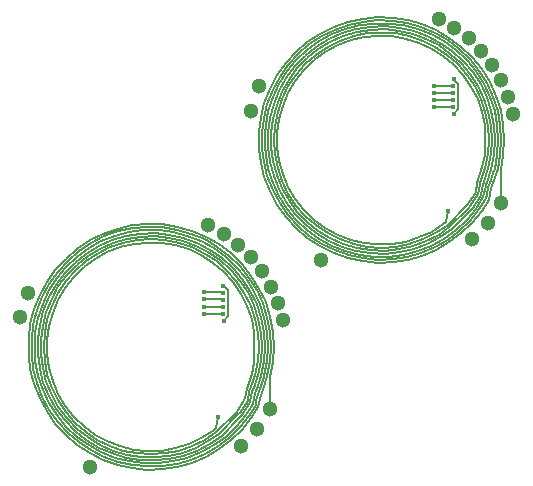
<source format=gbr>
G04 #@! TF.GenerationSoftware,KiCad,Pcbnew,5.0.2-bee76a0~70~ubuntu18.04.1*
G04 #@! TF.CreationDate,2019-07-08T07:54:46+02:00*
G04 #@! TF.ProjectId,lower_Sensor,6c6f7765-725f-4536-956e-736f722e6b69,rev?*
G04 #@! TF.SameCoordinates,Original*
G04 #@! TF.FileFunction,Copper,L2,Bot*
G04 #@! TF.FilePolarity,Positive*
%FSLAX46Y46*%
G04 Gerber Fmt 4.6, Leading zero omitted, Abs format (unit mm)*
G04 Created by KiCad (PCBNEW 5.0.2-bee76a0~70~ubuntu18.04.1) date Mo 08 Jul 2019 07:54:46 CEST*
%MOMM*%
%LPD*%
G01*
G04 APERTURE LIST*
G04 #@! TA.AperFunction,ComponentPad*
%ADD10C,1.300000*%
G04 #@! TD*
G04 #@! TA.AperFunction,ViaPad*
%ADD11C,0.450000*%
G04 #@! TD*
G04 #@! TA.AperFunction,Conductor*
%ADD12C,0.130000*%
G04 #@! TD*
G04 APERTURE END LIST*
D10*
G04 #@! TO.P,J3,1*
G04 #@! TO.N,N/C*
X139662320Y-57437620D03*
G04 #@! TD*
G04 #@! TO.P,J10,1*
G04 #@! TO.N,N/C*
X134335940Y-52225540D03*
G04 #@! TD*
G04 #@! TO.P,J14,1*
G04 #@! TO.N,N/C*
X119111180Y-57930380D03*
G04 #@! TD*
G04 #@! TO.P,J7,1*
G04 #@! TO.N,N/C*
X136878480Y-53868920D03*
G04 #@! TD*
G04 #@! TO.P,J16,1*
G04 #@! TO.N,N/C*
X137127400Y-70919940D03*
G04 #@! TD*
G04 #@! TO.P,J9,1*
G04 #@! TO.N,N/C*
X135671980Y-52979920D03*
G04 #@! TD*
G04 #@! TO.P,J13,1*
G04 #@! TO.N,N/C*
X118427920Y-60005560D03*
G04 #@! TD*
G04 #@! TO.P,J2,1*
G04 #@! TO.N,N/C*
X140231280Y-58814300D03*
G04 #@! TD*
G04 #@! TO.P,J15,1*
G04 #@! TO.N,N/C*
X124363900Y-72659840D03*
G04 #@! TD*
G04 #@! TO.P,J8,1*
G04 #@! TO.N,N/C*
X139578500Y-67803360D03*
G04 #@! TD*
G04 #@! TO.P,J5,1*
G04 #@! TO.N,N/C*
X137960520Y-54920480D03*
G04 #@! TD*
G04 #@! TO.P,J4,1*
G04 #@! TO.N,N/C*
X138900320Y-56106660D03*
G04 #@! TD*
G04 #@! TO.P,J6,1*
G04 #@! TO.N,GNDD*
X138488840Y-69484840D03*
G04 #@! TD*
G04 #@! TO.P,J1,1*
G04 #@! TO.N,N/C*
X140635140Y-60269720D03*
G04 #@! TD*
G04 #@! TO.P,J14,1*
G04 #@! TO.N,O2_ELEC1*
X99611180Y-75430380D03*
G04 #@! TD*
G04 #@! TO.P,J16,1*
G04 #@! TO.N,GNDD*
X117627400Y-88419940D03*
G04 #@! TD*
G04 #@! TO.P,J15,1*
G04 #@! TO.N,N/C*
X104863900Y-90159840D03*
G04 #@! TD*
G04 #@! TO.P,J13,1*
G04 #@! TO.N,ELEC1*
X98927920Y-77505560D03*
G04 #@! TD*
G04 #@! TO.P,J2,1*
G04 #@! TO.N,ISFET1_D3*
X120731280Y-76314300D03*
G04 #@! TD*
G04 #@! TO.P,J1,1*
G04 #@! TO.N,ISFET1_D2*
X121135140Y-77769720D03*
G04 #@! TD*
G04 #@! TO.P,J10,1*
G04 #@! TO.N,REFFET1_D2*
X114835940Y-69725540D03*
G04 #@! TD*
G04 #@! TO.P,J9,1*
G04 #@! TO.N,REFFET1_D3*
X116171980Y-70479920D03*
G04 #@! TD*
G04 #@! TO.P,J8,1*
G04 #@! TO.N,N/C*
X120078500Y-85303360D03*
G04 #@! TD*
G04 #@! TO.P,J7,1*
G04 #@! TO.N,REFFET1_D4*
X117378480Y-71368920D03*
G04 #@! TD*
G04 #@! TO.P,J5,1*
G04 #@! TO.N,N/C*
X118460520Y-72420480D03*
G04 #@! TD*
G04 #@! TO.P,J4,1*
G04 #@! TO.N,N/C*
X119400320Y-73606660D03*
G04 #@! TD*
G04 #@! TO.P,J3,1*
G04 #@! TO.N,ISFET1_D4*
X120162320Y-74937620D03*
G04 #@! TD*
G04 #@! TO.P,J6,1*
G04 #@! TO.N,GNDD*
X118988840Y-86984840D03*
G04 #@! TD*
D11*
G04 #@! TO.N,*
X115650000Y-85990000D03*
X114448408Y-75400635D03*
X116083482Y-75460889D03*
X116130192Y-77782223D03*
X116109996Y-74820000D03*
X135630192Y-60282223D03*
X135609996Y-57320000D03*
X133948408Y-57900635D03*
X135150000Y-68490000D03*
X135583482Y-57960889D03*
X135583482Y-58541746D03*
X133963439Y-58480452D03*
X135580043Y-59124375D03*
X133960000Y-59120000D03*
X133960000Y-59700000D03*
X135580044Y-59704393D03*
G04 #@! TO.N,ISFET1_D4*
X114463439Y-75980452D03*
X116083482Y-76041746D03*
G04 #@! TO.N,ISFET1_D3*
X116080043Y-76624375D03*
X114460000Y-76620000D03*
G04 #@! TO.N,ISFET1_D2*
X116080044Y-77204393D03*
X114460000Y-77200000D03*
G04 #@! TD*
D12*
G04 #@! TO.N,*
X119204237Y-83595763D02*
X119550000Y-82531613D01*
X114677858Y-88100000D02*
X114854425Y-88007885D01*
X114854425Y-88007885D02*
X115722978Y-87402021D01*
X114675000Y-88100000D02*
X114677858Y-88100000D01*
X117504743Y-85600937D02*
X118159361Y-84595267D01*
X115722978Y-87402021D02*
X117394124Y-85730876D01*
X118159361Y-84595267D02*
X118175000Y-84562794D01*
X117394124Y-85730876D02*
X117504743Y-85600937D01*
X113790542Y-88562912D02*
X114671880Y-88103119D01*
X102151822Y-85108601D02*
X102869522Y-86070252D01*
X100808303Y-78209923D02*
X100654857Y-79400015D01*
X107916233Y-89129599D02*
X109100808Y-89321111D01*
X101562980Y-84063052D02*
X102151822Y-85108601D01*
X101112676Y-77049210D02*
X100808303Y-78209923D01*
X101112675Y-82950788D02*
X101562980Y-84063052D01*
X101562981Y-75936946D02*
X101112676Y-77049210D01*
X100808302Y-81790076D02*
X101112675Y-82950788D01*
X102151822Y-74891399D02*
X101562981Y-75936946D01*
X100654857Y-80599984D02*
X100808302Y-81790076D01*
X110300146Y-70640428D02*
X109100810Y-70678887D01*
X110300146Y-89359571D02*
X111494545Y-89244351D01*
X102869523Y-73929746D02*
X102151822Y-74891399D01*
X104642480Y-72319593D02*
X103718790Y-73056210D01*
X105668614Y-71697543D02*
X104642480Y-72319593D01*
X106765871Y-71211821D02*
X105668614Y-71697543D01*
X107916233Y-70870399D02*
X106765871Y-71211821D01*
X109100810Y-70678887D02*
X107916233Y-70870399D01*
X119364384Y-80000000D02*
X119287503Y-78802516D01*
X119287502Y-81197484D02*
X119364384Y-80000000D01*
X113790543Y-71437088D02*
X112664419Y-71022665D01*
X103614367Y-73160633D02*
X102869523Y-73929746D01*
X119058121Y-82375313D02*
X119287502Y-81197484D01*
X119058122Y-77624687D02*
X118680005Y-76485858D01*
X103718790Y-73056210D02*
X103614367Y-73160633D01*
X118680003Y-83514143D02*
X119058121Y-82375313D01*
X118680005Y-76485858D02*
X118159364Y-75404736D01*
X119287503Y-78802516D02*
X119058122Y-77624687D01*
X118159364Y-75404736D02*
X117504744Y-74399064D01*
X111494546Y-70755649D02*
X110300146Y-70640428D01*
X117504744Y-74399064D02*
X116726901Y-73485365D01*
X116726901Y-73485365D02*
X115838593Y-72678626D01*
X100654857Y-79400015D02*
X100654857Y-80599984D01*
X102869522Y-86070252D02*
X103704317Y-86932247D01*
X109100808Y-89321111D02*
X110300146Y-89359571D01*
X112664419Y-71022665D02*
X111494546Y-70755649D01*
X115838593Y-72678626D02*
X114854424Y-71992113D01*
X118558451Y-83766549D02*
X118680003Y-83514143D01*
X114854424Y-71992113D02*
X113790543Y-71437088D01*
X103704317Y-86932247D02*
X104642479Y-87680405D01*
X104642479Y-87680405D02*
X105668614Y-88302455D01*
X105668614Y-88302455D02*
X106765870Y-88788177D01*
X106765870Y-88788177D02*
X107916233Y-89129599D01*
X111494545Y-89244351D02*
X112664418Y-88977335D01*
X112664418Y-88977335D02*
X113790542Y-88562912D01*
X119063502Y-85086498D02*
X119275000Y-84075000D01*
X119063502Y-85088503D02*
X119063502Y-85086498D01*
X117688968Y-87009416D02*
X118492062Y-86011408D01*
X116769314Y-87901173D02*
X117688968Y-87009416D01*
X115747042Y-88673157D02*
X116769314Y-87901173D01*
X113457954Y-89812987D02*
X114637643Y-89313669D01*
X112225835Y-90163554D02*
X113457954Y-89812987D01*
X110959998Y-90360046D02*
X112225835Y-90163554D01*
X109679596Y-90399495D02*
X110959998Y-90360046D01*
X108404061Y-90281299D02*
X109679596Y-90399495D01*
X114637643Y-89313669D02*
X115747042Y-88673157D01*
X107152698Y-90007248D02*
X108404061Y-90281299D01*
X105944508Y-89581500D02*
X107152698Y-90007248D01*
X102757122Y-87469464D02*
X103729928Y-88302912D01*
X101894113Y-86522787D02*
X102757122Y-87469464D01*
X119166429Y-75077728D02*
X118492063Y-73988592D01*
X113457959Y-70187014D02*
X112225837Y-69836446D01*
X119701842Y-76241488D02*
X119166429Y-75077728D01*
X117688972Y-72990586D02*
X116769315Y-72098827D01*
X118492063Y-73988592D02*
X117688972Y-72990586D01*
X118492062Y-86011408D02*
X119063502Y-85088503D01*
X120090187Y-77462227D02*
X119701842Y-76241488D01*
X120090186Y-85059814D02*
X120090186Y-82537773D01*
X120325569Y-81278579D02*
X120404430Y-80000000D01*
X120090186Y-82537773D02*
X120325569Y-81278579D01*
X119975000Y-85175000D02*
X120090186Y-85059814D01*
X104797789Y-89010502D02*
X105944508Y-89581500D01*
X99772722Y-81911799D02*
X100085179Y-83154125D01*
X120404430Y-80000000D02*
X120325570Y-78721421D01*
X114637648Y-70686333D02*
X113457959Y-70187014D01*
X116769315Y-72098827D02*
X115747043Y-71326843D01*
X115747043Y-71326843D02*
X114637648Y-70686333D01*
X120325570Y-78721421D02*
X120090187Y-77462227D01*
X100085180Y-76845874D02*
X99772723Y-78088199D01*
X109679596Y-69600504D02*
X108404070Y-69718697D01*
X108404070Y-69718697D02*
X107152699Y-69992750D01*
X107152699Y-69992750D02*
X105944509Y-70418498D01*
X112225837Y-69836446D02*
X110960000Y-69639954D01*
X105944509Y-70418498D02*
X104797790Y-70989496D01*
X104797790Y-70989496D02*
X103729929Y-71697086D01*
X103729929Y-71697086D02*
X102757125Y-72530533D01*
X99615304Y-80640510D02*
X99635082Y-80800240D01*
X110960000Y-69639954D02*
X109679596Y-69600504D01*
X102757125Y-72530533D02*
X101894114Y-73477211D01*
X100547933Y-75651368D02*
X100085180Y-76845874D01*
X101153973Y-74522776D02*
X100547933Y-75651368D01*
X99772723Y-78088199D02*
X99615304Y-79359488D01*
X99615304Y-79359488D02*
X99615304Y-80640510D01*
X103729928Y-88302912D02*
X104797789Y-89010502D01*
X101894114Y-73477211D02*
X101153973Y-74522776D01*
X99635082Y-80800240D02*
X99772722Y-81911799D01*
X100547931Y-84348629D02*
X101153972Y-85477223D01*
X100085179Y-83154125D02*
X100547931Y-84348629D01*
X101153972Y-85477223D02*
X101894113Y-86522787D01*
X119044720Y-84005420D02*
X119199660Y-83601560D01*
X118859300Y-84896960D02*
X118912640Y-84632800D01*
X118750000Y-85101871D02*
X118859300Y-84896960D01*
X118279851Y-85861187D02*
X118750000Y-85101871D01*
X117496826Y-86834255D02*
X118279851Y-85861187D01*
X116600154Y-87703727D02*
X117496826Y-86834255D01*
X115603427Y-88456420D02*
X116600154Y-87703727D01*
X118912640Y-84632800D02*
X119044720Y-84005420D01*
X114521755Y-89080924D02*
X115603427Y-88456420D01*
X113371542Y-89567767D02*
X114521755Y-89080924D01*
X112170214Y-89909573D02*
X113371542Y-89567767D01*
X110936008Y-90101155D02*
X112170214Y-89909573D01*
X109687603Y-90139618D02*
X110936008Y-90101155D01*
X108443943Y-90024376D02*
X109687603Y-90139618D01*
X107223843Y-89757172D02*
X108443943Y-90024376D01*
X106045858Y-89342067D02*
X107223843Y-89757172D01*
X104927789Y-88785336D02*
X106045858Y-89342067D01*
X120067541Y-78753372D02*
X119838040Y-77525644D01*
X115603429Y-71543580D02*
X114521756Y-70919076D01*
X116600155Y-72296272D02*
X115603429Y-71543580D01*
X119838039Y-82474356D02*
X120067540Y-81246628D01*
X117496827Y-73165745D02*
X116600155Y-72296272D01*
X119459399Y-83664589D02*
X119838039Y-82474356D01*
X114521756Y-70919076D02*
X113371547Y-70432234D01*
X119459400Y-76335412D02*
X119459125Y-76334813D01*
X119273320Y-84084160D02*
X119459399Y-83664589D01*
X118279851Y-74138812D02*
X117496827Y-73165745D01*
X118937366Y-75200734D02*
X118279851Y-74138812D01*
X120067540Y-81246628D02*
X120144430Y-80000000D01*
X119459125Y-76334813D02*
X118937366Y-75200734D01*
X102938119Y-87282808D02*
X103886613Y-88095427D01*
X119838040Y-77525644D02*
X119459400Y-76335412D01*
X120144430Y-80000000D02*
X120067541Y-78753372D01*
X112170215Y-70090427D02*
X110936010Y-69898845D01*
X110936010Y-69898845D02*
X109687607Y-69860381D01*
X107223844Y-70242826D02*
X106045860Y-70657931D01*
X108443944Y-69975622D02*
X107223844Y-70242826D01*
X109687607Y-69860381D02*
X108443944Y-69975622D01*
X102096671Y-86359784D02*
X102938119Y-87282808D01*
X101375031Y-85340354D02*
X102096671Y-86359784D01*
X100784132Y-84239960D02*
X101375031Y-85340354D01*
X100332944Y-83075305D02*
X100784132Y-84239960D01*
X113371547Y-70432234D02*
X112170215Y-70090427D01*
X106045860Y-70657931D02*
X104927790Y-71214662D01*
X104927790Y-71214662D02*
X103886614Y-71904571D01*
X102938119Y-72717190D02*
X102096674Y-73640211D01*
X102096674Y-73640211D02*
X101375032Y-74659644D01*
X101375032Y-74659644D02*
X100784133Y-75760038D01*
X100784133Y-75760038D02*
X100332945Y-76924693D01*
X100332945Y-76924693D02*
X100028296Y-78135973D01*
X100028296Y-78135973D02*
X99874811Y-79375494D01*
X103886614Y-71904571D02*
X102938119Y-72717190D01*
X99874811Y-79375494D02*
X99874811Y-80624504D01*
X99874811Y-80624504D02*
X99887570Y-80727549D01*
X103886613Y-88095427D02*
X104927789Y-88785336D01*
X99887570Y-80727549D02*
X100028295Y-81864025D01*
X100028295Y-81864025D02*
X100332944Y-83075305D01*
X118450000Y-85095548D02*
X118618000Y-84808060D01*
X117996653Y-85809908D02*
X118450000Y-85095548D01*
X117205423Y-86766340D02*
X117996653Y-85809908D01*
X116300555Y-87616068D02*
X117205423Y-86766340D01*
X114208567Y-88943683D02*
X115296326Y-88345683D01*
X113054444Y-89400632D02*
X114208567Y-88943683D01*
X111852152Y-89709328D02*
X113054444Y-89400632D01*
X110620651Y-89864902D02*
X111852152Y-89709328D01*
X109379348Y-89864902D02*
X110620651Y-89864902D01*
X108147849Y-89709327D02*
X109379348Y-89864902D01*
X106945554Y-89400631D02*
X108147849Y-89709327D01*
X105791431Y-88943682D02*
X106945554Y-89400631D01*
X104703674Y-88345683D02*
X105791431Y-88943682D01*
X103699443Y-87616067D02*
X104703674Y-88345683D01*
X111852153Y-70290672D02*
X110738621Y-70150000D01*
X100193532Y-81238835D02*
X100426126Y-82458141D01*
X110738621Y-70150000D02*
X109261379Y-70150000D01*
X117205426Y-73233662D02*
X116300556Y-72383932D01*
X117996654Y-74190092D02*
X117205426Y-73233662D01*
X115296326Y-88345683D02*
X116300555Y-87616068D01*
X118661776Y-75238157D02*
X117996654Y-74190092D01*
X119190291Y-76361311D02*
X118661776Y-75238157D01*
X118808500Y-83906360D02*
X118874540Y-83705700D01*
X118618000Y-84808060D02*
X118808500Y-83906360D01*
X119529117Y-82595883D02*
X119573871Y-82458146D01*
X119884407Y-80000000D02*
X119806467Y-78761164D01*
X100426126Y-82458141D02*
X100809707Y-83638684D01*
X113054445Y-70599368D02*
X111852153Y-70290672D01*
X115296325Y-71654316D02*
X114208568Y-71056317D01*
X116300556Y-72383932D02*
X115296325Y-71654316D01*
X114208568Y-71056317D02*
X113054445Y-70599368D01*
X100809707Y-83638684D02*
X101338223Y-84761842D01*
X119806466Y-81238835D02*
X119884407Y-80000000D01*
X119573871Y-82458146D02*
X119806466Y-81238835D01*
X119806467Y-78761164D02*
X119573873Y-77541858D01*
X119573873Y-77541858D02*
X119190291Y-76361311D01*
X106945555Y-70599367D02*
X105791432Y-71056316D01*
X108147847Y-70290671D02*
X106945555Y-70599367D01*
X105791432Y-71056316D02*
X104703675Y-71654315D01*
X104703675Y-71654315D02*
X103699441Y-72383933D01*
X103699441Y-72383933D02*
X102794576Y-73233658D01*
X102794576Y-73233658D02*
X102003346Y-74190091D01*
X109261379Y-70150000D02*
X108147847Y-70290671D01*
X102003346Y-74190091D02*
X101338224Y-75238156D01*
X100193533Y-78761163D02*
X100150000Y-79453104D01*
X100150000Y-79453104D02*
X100150000Y-80546894D01*
X100150000Y-80546894D02*
X100193532Y-81238835D01*
X101338224Y-75238156D02*
X100809708Y-76361314D01*
X102794576Y-86766340D02*
X103699443Y-87616067D01*
X100809708Y-76361314D02*
X100426127Y-77541858D01*
X100426127Y-77541858D02*
X100193533Y-78761163D01*
X101338223Y-84761842D02*
X102003345Y-85809907D01*
X102003345Y-85809907D02*
X102794576Y-86766340D01*
X118402100Y-84653120D02*
X118562120Y-83764120D01*
X118300000Y-84854826D02*
X118402100Y-84653120D01*
X117713113Y-85756442D02*
X118300000Y-84854826D01*
X117393661Y-86131689D02*
X117713113Y-85756442D01*
X116000702Y-87524648D02*
X117393661Y-86131689D01*
X110308479Y-89619438D02*
X111536035Y-89501019D01*
X109075843Y-89579909D02*
X110308479Y-89619438D01*
X107858377Y-89383080D02*
X109075843Y-89579909D01*
X114989204Y-88230224D02*
X116000702Y-87524648D01*
X106676074Y-89032179D02*
X107858377Y-89383080D01*
X112738397Y-70773411D02*
X111536042Y-70498982D01*
X118921003Y-76388288D02*
X118385907Y-75277149D01*
X104493729Y-72106348D02*
X103529521Y-72875278D01*
X113895786Y-71199340D02*
X112738397Y-70773411D01*
X114989205Y-71769776D02*
X113895786Y-71199340D01*
X116000702Y-72475352D02*
X114989205Y-71769776D01*
X118385907Y-75277149D02*
X117713113Y-74243556D01*
X112738395Y-89226589D02*
X113895781Y-88800662D01*
X111536035Y-89501019D02*
X112738395Y-89226589D01*
X117713113Y-74243556D02*
X116913675Y-73304491D01*
X119309619Y-77558736D02*
X118921003Y-76388288D01*
X119545369Y-78769274D02*
X119309619Y-77558736D01*
X119624384Y-80000000D02*
X119545369Y-78769274D01*
X118875000Y-83700000D02*
X118881722Y-83693278D01*
X118921003Y-83611711D02*
X119309618Y-82441264D01*
X119309618Y-82441264D02*
X119545367Y-81230732D01*
X116913675Y-73304491D02*
X116000702Y-72475352D01*
X102671546Y-86238791D02*
X103529519Y-87124719D01*
X118881722Y-83693278D02*
X118921003Y-83611711D01*
X119545367Y-81230732D02*
X119624384Y-80000000D01*
X107858385Y-70616916D02*
X106676075Y-70967819D01*
X110308479Y-70380561D02*
X109075844Y-70420089D01*
X111536042Y-70498982D02*
X110308479Y-70380561D01*
X109075844Y-70420089D02*
X107858385Y-70616916D01*
X106676075Y-70967819D02*
X105548354Y-71467027D01*
X101933918Y-85250438D02*
X102671546Y-86238791D01*
X105548354Y-71467027D02*
X104493729Y-72106348D01*
X104493728Y-87893650D02*
X105548353Y-88532971D01*
X103529519Y-87124719D02*
X104493728Y-87893650D01*
X100553097Y-81839777D02*
X100563421Y-81879150D01*
X100865921Y-76967282D02*
X100553098Y-78160221D01*
X101328729Y-75824136D02*
X100865921Y-76967282D01*
X102671547Y-73761207D02*
X101933919Y-74749560D01*
X101933919Y-74749560D02*
X101328729Y-75824136D01*
X100553098Y-78160221D02*
X100395391Y-79383357D01*
X100395391Y-80616642D02*
X100553097Y-81839777D01*
X103529521Y-72875278D02*
X102671547Y-73761207D01*
X100395391Y-79383357D02*
X100395391Y-80616642D01*
X113895781Y-88800662D02*
X114989204Y-88230224D01*
X105548353Y-88532971D02*
X106676074Y-89032179D01*
X100563421Y-81879150D02*
X100865920Y-83032716D01*
X100865920Y-83032716D02*
X101328728Y-84175861D01*
X101328728Y-84175861D02*
X101933918Y-85250438D01*
X118303040Y-83784440D02*
X118346220Y-83588860D01*
X118181120Y-84561680D02*
X118303040Y-83784440D01*
X117975380Y-84368105D02*
X118082060Y-83601560D01*
X117884603Y-84552182D02*
X117975380Y-84368105D01*
X115512682Y-87242817D02*
X117242815Y-85512685D01*
X114552180Y-87884604D02*
X115512682Y-87242817D01*
X113484077Y-88411334D02*
X114552180Y-87884604D01*
X112356376Y-88794135D02*
X113484077Y-88411334D01*
X111188354Y-89026469D02*
X112356376Y-88794135D01*
X117242815Y-85512685D02*
X117884603Y-84552182D01*
X108811646Y-89026468D02*
X109999999Y-89104358D01*
X112356377Y-71205865D02*
X111188356Y-70973532D01*
X113484077Y-71588666D02*
X112356377Y-71205865D01*
X116437756Y-73562250D02*
X115542380Y-72777026D01*
X115542380Y-72777026D02*
X114552181Y-72115396D01*
X119104358Y-80000000D02*
X119026469Y-78811645D01*
X118794135Y-77643623D02*
X118411337Y-76515928D01*
X118525393Y-83148067D02*
X118794134Y-82356377D01*
X111188356Y-70973532D02*
X110000005Y-70895642D01*
X117222977Y-74457623D02*
X116437756Y-73562250D01*
X117884606Y-75447824D02*
X117222977Y-74457623D01*
X118338600Y-83596480D02*
X118525393Y-83148067D01*
X107643623Y-71205864D02*
X106515923Y-71588665D01*
X118794134Y-82356377D02*
X119026467Y-81188355D01*
X110000005Y-70895642D02*
X108811644Y-70973531D01*
X108811644Y-70973531D02*
X107643623Y-71205864D01*
X114552181Y-72115396D02*
X113484077Y-71588666D01*
X119026467Y-81188355D02*
X119104358Y-80000000D01*
X109999999Y-89104358D02*
X111188354Y-89026469D01*
X118411337Y-76515928D02*
X117884606Y-75447824D01*
X119026469Y-78811645D02*
X118794135Y-77643623D01*
X105447824Y-72115393D02*
X104457623Y-72777022D01*
X104457623Y-72777022D02*
X103562250Y-73562243D01*
X103562250Y-73562243D02*
X102777023Y-74457622D01*
X106515923Y-71588665D02*
X105447824Y-72115393D01*
X107643622Y-88794134D02*
X108811646Y-89026468D01*
X106515922Y-88411333D02*
X107643622Y-88794134D01*
X105447823Y-87884605D02*
X106515922Y-88411333D01*
X101588665Y-83484076D02*
X102115395Y-84552181D01*
X102115394Y-75447823D02*
X101588666Y-76515922D01*
X101588666Y-76515922D02*
X101205865Y-77643622D01*
X101205865Y-77643622D02*
X100973532Y-78811643D01*
X102777023Y-74457622D02*
X102115394Y-75447823D01*
X101205864Y-82356377D02*
X101588665Y-83484076D01*
X100973531Y-81188354D02*
X101205864Y-82356377D01*
X100895642Y-80000000D02*
X100973531Y-81188354D01*
X100973532Y-78811643D02*
X100895642Y-80000000D01*
X102115395Y-84552181D02*
X102777026Y-85542380D01*
X104457622Y-87222976D02*
X105447823Y-87884605D01*
X102777026Y-85542380D02*
X103562247Y-86437752D01*
X103562247Y-86437752D02*
X104457622Y-87222976D01*
X115480647Y-86909093D02*
X115650000Y-85990000D01*
X115240349Y-87112252D02*
X115480647Y-86909093D01*
X114245615Y-87747267D02*
X115240349Y-87112252D01*
X113175126Y-88244025D02*
X114245615Y-87747267D01*
X112047971Y-88593673D02*
X113175126Y-88244025D01*
X110884274Y-88789963D02*
X112047971Y-88593673D01*
X109522932Y-88811100D02*
X110252037Y-88811100D01*
X108530595Y-88711270D02*
X109522932Y-88811100D01*
X107382605Y-88437691D02*
X108530595Y-88711270D01*
X106281323Y-88013541D02*
X107382605Y-88437691D01*
X110884275Y-71210037D02*
X109862637Y-71175880D01*
X112047972Y-71406327D02*
X110884275Y-71210037D01*
X113175127Y-71755975D02*
X112047972Y-71406327D01*
X114245617Y-72252733D02*
X113175127Y-71755975D01*
X118737380Y-81266672D02*
X118737380Y-78733328D01*
X115240351Y-72887748D02*
X114245617Y-72252733D01*
X118133326Y-76551173D02*
X117601073Y-75497879D01*
X109862637Y-71175880D02*
X109652346Y-71175880D01*
X118084600Y-83606640D02*
X118536720Y-82283300D01*
X107382606Y-71562307D02*
X106281324Y-71986457D01*
X116933179Y-74524927D02*
X116141558Y-73649672D01*
X116141558Y-73649672D02*
X115240351Y-72887748D01*
X110252037Y-88811100D02*
X110884274Y-88789963D01*
X117601073Y-75497879D02*
X116933179Y-74524927D01*
X118520441Y-77666014D02*
X118133326Y-76551173D01*
X118536720Y-82283300D02*
X118608271Y-81901869D01*
X118608271Y-81901869D02*
X118737380Y-81266672D01*
X101654482Y-77102118D02*
X101342692Y-78240336D01*
X118737380Y-78733328D02*
X118520441Y-77666014D01*
X109652346Y-71175880D02*
X108530594Y-71288728D01*
X108530594Y-71288728D02*
X107382606Y-71562307D01*
X105246407Y-72553607D02*
X104296319Y-73253635D01*
X104296319Y-73253635D02*
X103447998Y-74074067D01*
X106281324Y-71986457D02*
X105246407Y-72553607D01*
X103447998Y-74074067D02*
X102716610Y-75000238D01*
X102716610Y-75000238D02*
X102115191Y-76015633D01*
X102115191Y-76015633D02*
X101654482Y-77102118D01*
X102115190Y-83984365D02*
X102716609Y-84999760D01*
X101342692Y-78240336D02*
X101185398Y-79409925D01*
X101185398Y-79409925D02*
X101185398Y-80590073D01*
X101185398Y-80590073D02*
X101342691Y-81759663D01*
X101342691Y-81759663D02*
X101654480Y-82897880D01*
X101654480Y-82897880D02*
X102115190Y-83984365D01*
X102716609Y-84999760D02*
X103447998Y-85925932D01*
X103447998Y-85925932D02*
X104296315Y-86746360D01*
X104296315Y-86746360D02*
X105246406Y-87446391D01*
X105246406Y-87446391D02*
X106281323Y-88013541D01*
X115650000Y-85990000D02*
X115650000Y-85990000D01*
X115650000Y-85990000D02*
X115650000Y-85990000D01*
X119400320Y-73606660D02*
X119400320Y-73621900D01*
X114448408Y-75400635D02*
X116023228Y-75400635D01*
X116023228Y-75400635D02*
X116083482Y-75460889D01*
X116503483Y-77408932D02*
X116503483Y-75213487D01*
X116334995Y-75044999D02*
X116109996Y-74820000D01*
X116130192Y-77782223D02*
X116503483Y-77408932D01*
X116503483Y-75213487D02*
X116334995Y-75044999D01*
X138180005Y-58985858D02*
X137659364Y-57904736D01*
X119374811Y-61875494D02*
X119374811Y-63124504D01*
X119374811Y-63124504D02*
X119387570Y-63227549D01*
X120308303Y-60709923D02*
X120154857Y-61900015D01*
X123957622Y-69722976D02*
X124947823Y-70384605D01*
X132675126Y-70744025D02*
X133745615Y-70247267D01*
X120875032Y-57159644D02*
X120284133Y-58260038D01*
X120284133Y-58260038D02*
X119832945Y-59424693D01*
X119832945Y-59424693D02*
X119528296Y-60635973D01*
X139201842Y-58741488D02*
X138666429Y-57577728D01*
X137188972Y-55490586D02*
X136269315Y-54598827D01*
X137681120Y-67061680D02*
X137803040Y-66284440D01*
X137475380Y-66868105D02*
X137582060Y-66101560D01*
X132957954Y-72312987D02*
X134137643Y-71813669D01*
X123386613Y-70595427D02*
X124427789Y-71285336D01*
X119387570Y-63227549D02*
X119528295Y-64364025D01*
X128575843Y-72079909D02*
X129808479Y-72119438D01*
X127358377Y-71883080D02*
X128575843Y-72079909D01*
X132238397Y-53273411D02*
X131036042Y-52998982D01*
X129187603Y-72639618D02*
X130436008Y-72601155D01*
X138900320Y-56106660D02*
X138900320Y-56121900D01*
X138558122Y-60124687D02*
X138180005Y-58985858D01*
X139904430Y-62500000D02*
X139825570Y-61221421D01*
X129022932Y-71311100D02*
X129752037Y-71311100D01*
X139029117Y-65095883D02*
X139073871Y-64958146D01*
X139384407Y-62500000D02*
X139306467Y-61261164D01*
X134354425Y-70507885D02*
X135222978Y-69902021D01*
X127143622Y-71294134D02*
X128311646Y-71526468D01*
X137004744Y-56899064D02*
X136226901Y-55985365D01*
X119832944Y-65575305D02*
X120284132Y-66739960D01*
X132871547Y-52932234D02*
X131670215Y-52590427D01*
X120685398Y-63090073D02*
X120842691Y-64259663D01*
X125048354Y-53967027D02*
X123993729Y-54606348D01*
X123993728Y-70393650D02*
X125048353Y-71032971D01*
X128030595Y-71211270D02*
X129022932Y-71311100D01*
X126882605Y-70937691D02*
X128030595Y-71211270D01*
X129179596Y-72899495D02*
X130459998Y-72860046D01*
X120473531Y-63688354D02*
X120705864Y-64856377D01*
X120395642Y-62500000D02*
X120473531Y-63688354D01*
X139306467Y-61261164D02*
X139073873Y-60041858D01*
X120705864Y-64856377D02*
X121088665Y-65984076D01*
X121433919Y-57249560D02*
X120828729Y-58324136D01*
X120309707Y-66138684D02*
X120838223Y-67261842D01*
X139306466Y-63738835D02*
X139384407Y-62500000D01*
X128030594Y-53788728D02*
X126882606Y-54062307D01*
X124746407Y-55053607D02*
X123796319Y-55753635D01*
X136705426Y-55733662D02*
X135800556Y-54883932D01*
X138237380Y-63766672D02*
X138237380Y-61233328D01*
X134740351Y-55387748D02*
X133745617Y-54752733D01*
X134489204Y-70730224D02*
X135500702Y-70024648D01*
X139567541Y-61253372D02*
X139338040Y-60025644D01*
X135103429Y-54043580D02*
X134021756Y-53419076D01*
X120154857Y-61900015D02*
X120154857Y-63099984D01*
X139045369Y-61269274D02*
X138809619Y-60058736D01*
X134021756Y-53419076D02*
X132871547Y-52932234D01*
X120309708Y-58861314D02*
X119926127Y-60041858D01*
X136269314Y-70401173D02*
X137188968Y-69509416D01*
X139590186Y-65037773D02*
X139825569Y-63778579D01*
X139475000Y-67675000D02*
X139590186Y-67559814D01*
X119926127Y-60041858D02*
X119693533Y-61261163D01*
X120838223Y-67261842D02*
X121503345Y-68309907D01*
X120053097Y-64339777D02*
X120063421Y-64379150D01*
X120365921Y-59467282D02*
X120053098Y-60660221D01*
X129808479Y-72119438D02*
X131036035Y-72001019D01*
X134354424Y-54492113D02*
X133290543Y-53937088D01*
X127904061Y-72781299D02*
X129179596Y-72899495D01*
X126652698Y-72507248D02*
X127904061Y-72781299D01*
X129362637Y-53675880D02*
X129152346Y-53675880D01*
X137584600Y-66106640D02*
X138036720Y-64783300D01*
X139124384Y-62500000D02*
X139045369Y-61269274D01*
X138375000Y-66200000D02*
X138381722Y-66193278D01*
X120875031Y-67840354D02*
X121596671Y-68859784D01*
X120284132Y-66739960D02*
X120875031Y-67840354D01*
X138412640Y-67132800D02*
X138544720Y-66505420D01*
X134021755Y-71580924D02*
X135103427Y-70956420D01*
X134052180Y-70384604D02*
X135012682Y-69742817D01*
X119272723Y-60588199D02*
X119115304Y-61859488D01*
X136226901Y-55985365D02*
X135338593Y-55178626D01*
X129752037Y-71311100D02*
X130384274Y-71289963D01*
X137101073Y-57997879D02*
X136433179Y-57024927D01*
X133290543Y-53937088D02*
X132164419Y-53522665D01*
X134489205Y-54269776D02*
X133395786Y-53699340D01*
X139644430Y-62500000D02*
X139567541Y-61253372D01*
X131670215Y-52590427D02*
X130436010Y-52398845D01*
X127943943Y-72524376D02*
X129187603Y-72639618D01*
X126723843Y-72257172D02*
X127943943Y-72524376D01*
X123062247Y-68937752D02*
X123957622Y-69722976D01*
X120653972Y-67977223D02*
X121394113Y-69022787D01*
X120047933Y-58151368D02*
X119585180Y-59345874D01*
X120653973Y-57022776D02*
X120047933Y-58151368D01*
X124297790Y-53489496D02*
X123229929Y-54197086D01*
X138036720Y-64783300D02*
X138108271Y-64401869D01*
X138108271Y-64401869D02*
X138237380Y-63766672D01*
X122277026Y-68042380D02*
X123062247Y-68937752D01*
X136996827Y-55665745D02*
X136100155Y-54796272D01*
X138959399Y-66164589D02*
X139338039Y-64974356D01*
X136705423Y-69266340D02*
X137496653Y-68309908D01*
X134740349Y-69612252D02*
X134980647Y-69409093D01*
X133745615Y-70247267D02*
X134740349Y-69612252D01*
X137779851Y-56638812D02*
X136996827Y-55665745D01*
X138437366Y-57700734D02*
X137779851Y-56638812D01*
X125545860Y-53157931D02*
X124427790Y-53714662D01*
X124427790Y-53714662D02*
X123386614Y-54404571D01*
X121062980Y-66563052D02*
X121651822Y-67608601D01*
X139567540Y-63746628D02*
X139644430Y-62500000D01*
X138959125Y-58834813D02*
X138437366Y-57700734D01*
X138563502Y-67588503D02*
X138563502Y-67586498D01*
X128575844Y-52920089D02*
X127358385Y-53116916D01*
X126015922Y-70911333D02*
X127143622Y-71294134D01*
X124947823Y-70384605D02*
X126015922Y-70911333D01*
X120612676Y-59549210D02*
X120308303Y-60709923D01*
X138180003Y-66014143D02*
X138558121Y-64875313D01*
X125291431Y-71443682D02*
X126445554Y-71900631D01*
X124203674Y-70845683D02*
X125291431Y-71443682D01*
X130688356Y-53473532D02*
X129500005Y-53395642D01*
X123204317Y-69432247D02*
X124142479Y-70180405D01*
X121503346Y-56690091D02*
X120838224Y-57738156D01*
X119693533Y-61261163D02*
X119650000Y-61953104D01*
X122369522Y-68570252D02*
X123204317Y-69432247D01*
X137496654Y-56690092D02*
X136705426Y-55733662D01*
X137659361Y-67095267D02*
X137675000Y-67062794D01*
X125168614Y-70802455D02*
X126265870Y-71288177D01*
X123796319Y-55753635D02*
X122947998Y-56574067D01*
X125781324Y-54486457D02*
X124746407Y-55053607D01*
X136893661Y-68631689D02*
X137213113Y-68256442D01*
X135500702Y-70024648D02*
X136893661Y-68631689D01*
X137902100Y-67153120D02*
X138062120Y-66264120D01*
X132554444Y-71900632D02*
X133708567Y-71443683D01*
X131352152Y-72209328D02*
X132554444Y-71900632D01*
X137800000Y-67354826D02*
X137902100Y-67153120D01*
X137213113Y-68256442D02*
X137800000Y-67354826D01*
X128600808Y-71821111D02*
X129800146Y-71859571D01*
X138809618Y-64941264D02*
X139045367Y-63730732D01*
X136413675Y-55804491D02*
X135500702Y-54975352D01*
X124746406Y-69946391D02*
X125781323Y-70513541D01*
X135150000Y-68490000D02*
X135150000Y-68490000D01*
X119650000Y-61953104D02*
X119650000Y-63046894D01*
X119650000Y-63046894D02*
X119693532Y-63738835D01*
X134052181Y-54615396D02*
X132984077Y-54088666D01*
X122294576Y-69266340D02*
X123199443Y-70116067D01*
X124142480Y-54819593D02*
X123218790Y-55556210D01*
X127416233Y-71629599D02*
X128600808Y-71821111D01*
X138787503Y-61302516D02*
X138558122Y-60124687D01*
X137659364Y-57904736D02*
X137004744Y-56899064D01*
X123218790Y-55556210D02*
X123114367Y-55660633D01*
X132984077Y-70911334D02*
X134052180Y-70384604D01*
X130688354Y-71526469D02*
X131856376Y-71294135D01*
X126265871Y-53711821D02*
X125168614Y-54197543D01*
X120154857Y-63099984D02*
X120308302Y-64290076D01*
X119926126Y-64958141D02*
X120309707Y-66138684D01*
X132554445Y-53099368D02*
X131352153Y-52790672D01*
X134796325Y-54154316D02*
X133708568Y-53556317D01*
X121154482Y-59602118D02*
X120842692Y-60740336D01*
X123029519Y-69624719D02*
X123993728Y-70393650D01*
X125168614Y-54197543D02*
X124142480Y-54819593D01*
X134796326Y-70845683D02*
X135800555Y-70116068D01*
X138161776Y-57738157D02*
X137496654Y-56690092D01*
X138704237Y-66095763D02*
X139050000Y-65031613D01*
X127143623Y-53705864D02*
X126015923Y-54088665D01*
X138294134Y-64856377D02*
X138526467Y-63688355D01*
X120842692Y-60740336D02*
X120685398Y-61909925D01*
X120685398Y-61909925D02*
X120685398Y-63090073D01*
X131856376Y-71294135D02*
X132984077Y-70911334D01*
X129499999Y-71604358D02*
X130688354Y-71526469D01*
X129187607Y-52360381D02*
X127943944Y-52475622D01*
X121596671Y-68859784D02*
X122438119Y-69782808D01*
X119115304Y-61859488D02*
X119115304Y-63140510D01*
X123229928Y-70802912D02*
X124297789Y-71510502D01*
X122947998Y-68425932D02*
X123796315Y-69246360D01*
X123796315Y-69246360D02*
X124746406Y-69946391D01*
X137950000Y-67595548D02*
X138118000Y-67308060D01*
X137496653Y-68309908D02*
X137950000Y-67595548D01*
X126176074Y-71532179D02*
X127358377Y-71883080D01*
X137004743Y-68100937D02*
X137659361Y-67095267D01*
X120828729Y-58324136D02*
X120365921Y-59467282D01*
X122171547Y-56261207D02*
X121433919Y-57249560D01*
X132164419Y-53522665D02*
X130994546Y-53255649D01*
X134177858Y-70600000D02*
X134354425Y-70507885D01*
X138381722Y-66193278D02*
X138421003Y-66111711D01*
X139045367Y-63730732D02*
X139124384Y-62500000D01*
X119528296Y-60635973D02*
X119374811Y-61875494D01*
X123386614Y-54404571D02*
X122438119Y-55217190D01*
X119528295Y-64364025D02*
X119832944Y-65575305D01*
X122947998Y-56574067D02*
X122216610Y-57500238D01*
X122216610Y-57500238D02*
X121615191Y-58515633D01*
X129179596Y-52100504D02*
X127904070Y-52218697D01*
X136003483Y-59908932D02*
X136003483Y-57713487D01*
X135834995Y-57544999D02*
X135609996Y-57320000D01*
X135630192Y-60282223D02*
X136003483Y-59908932D01*
X136003483Y-57713487D02*
X135834995Y-57544999D01*
X130120651Y-72364902D02*
X131352152Y-72209328D01*
X128879348Y-72364902D02*
X130120651Y-72364902D01*
X139073871Y-64958146D02*
X139306466Y-63738835D01*
X131036042Y-52998982D02*
X129808479Y-52880561D01*
X138526467Y-63688355D02*
X138604358Y-62500000D01*
X136742815Y-68012685D02*
X137384603Y-67052182D01*
X123199441Y-54883933D02*
X122294576Y-55733658D01*
X133290542Y-71062912D02*
X134171880Y-70603119D01*
X120063421Y-64379150D02*
X120365920Y-65532716D01*
X120365920Y-65532716D02*
X120828728Y-66675861D01*
X135641558Y-56149672D02*
X134740351Y-55387748D01*
X137992062Y-68511408D02*
X138563502Y-67588503D01*
X139590187Y-59962227D02*
X139201842Y-58741488D01*
X123229929Y-54197086D02*
X122257125Y-55030533D01*
X119115304Y-63140510D02*
X119135082Y-63300240D01*
X135500702Y-54975352D02*
X134489205Y-54269776D01*
X138544720Y-66505420D02*
X138699660Y-66101560D01*
X138359300Y-67396960D02*
X138412640Y-67132800D01*
X127904070Y-52218697D02*
X126652699Y-52492750D01*
X126652699Y-52492750D02*
X125444509Y-52918498D01*
X131725837Y-52336446D02*
X130460000Y-52139954D01*
X125444509Y-52918498D02*
X124297790Y-53489496D01*
X127647849Y-72209327D02*
X128879348Y-72364902D01*
X126445554Y-71900631D02*
X127647849Y-72209327D01*
X132164418Y-71477335D02*
X133290542Y-71062912D01*
X121394114Y-55977211D02*
X120653973Y-57022776D01*
X119135082Y-63300240D02*
X119272722Y-64411799D01*
X135222978Y-69902021D02*
X136894124Y-68230876D01*
X134137643Y-71813669D02*
X135247042Y-71173157D01*
X135247043Y-53826843D02*
X134137648Y-53186333D01*
X127943944Y-52475622D02*
X126723844Y-52742826D01*
X124297789Y-71510502D02*
X125444508Y-72081500D01*
X121062981Y-58436946D02*
X120612676Y-59549210D01*
X130994545Y-71744351D02*
X132164418Y-71477335D01*
X121615191Y-58515633D02*
X121154482Y-59602118D01*
X121615190Y-66484365D02*
X122216609Y-67499760D01*
X139825570Y-61221421D02*
X139590187Y-59962227D01*
X119585180Y-59345874D02*
X119272723Y-60588199D01*
X138308500Y-66406360D02*
X138374540Y-66205700D01*
X138118000Y-67308060D02*
X138308500Y-66406360D01*
X120053098Y-60660221D02*
X119895391Y-61883357D01*
X138250000Y-67601871D02*
X138359300Y-67396960D01*
X137779851Y-68361187D02*
X138250000Y-67601871D01*
X127358385Y-53116916D02*
X126176075Y-53467819D01*
X129808479Y-52880561D02*
X128575844Y-52920089D01*
X138563502Y-67586498D02*
X138775000Y-66575000D01*
X120308302Y-64290076D02*
X120612675Y-65450788D01*
X135247042Y-71173157D02*
X136269314Y-70401173D01*
X122216609Y-67499760D02*
X122947998Y-68425932D01*
X131725835Y-72663554D02*
X132957954Y-72312987D01*
X136722977Y-56957623D02*
X135937756Y-56062250D01*
X137384606Y-57947824D02*
X136722977Y-56957623D01*
X135338593Y-55178626D02*
X134354424Y-54492113D01*
X129500005Y-53395642D02*
X128311644Y-53473531D01*
X128311644Y-53473531D02*
X127143623Y-53705864D01*
X125048353Y-71032971D02*
X126176074Y-71532179D01*
X139073873Y-60041858D02*
X138690291Y-58861311D01*
X126445555Y-53099367D02*
X125291432Y-53556316D01*
X138864384Y-62500000D02*
X138787503Y-61302516D01*
X122369523Y-56429746D02*
X121651822Y-57391399D01*
X135800555Y-70116068D02*
X136705423Y-69266340D01*
X133708567Y-71443683D02*
X134796326Y-70845683D01*
X131547971Y-71093673D02*
X132675126Y-70744025D01*
X130384274Y-71289963D02*
X131547971Y-71093673D01*
X121088665Y-65984076D02*
X121615395Y-67052181D01*
X127647847Y-52790671D02*
X126445555Y-53099367D01*
X125291432Y-53556316D02*
X124203675Y-54154315D01*
X138809619Y-60058736D02*
X138421003Y-58888288D01*
X132675127Y-54255975D02*
X131547972Y-53906327D01*
X133745617Y-54752733D02*
X132675127Y-54255975D01*
X138058451Y-66266549D02*
X138180003Y-66014143D01*
X125545858Y-71842067D02*
X126723843Y-72257172D01*
X124427789Y-71285336D02*
X125545858Y-71842067D01*
X139825569Y-63778579D02*
X139904430Y-62500000D01*
X130436010Y-52398845D02*
X129187607Y-52360381D01*
X126723844Y-52742826D02*
X125545860Y-53157931D01*
X127416233Y-53370399D02*
X126265871Y-53711821D01*
X121651822Y-67608601D02*
X122369522Y-68570252D01*
X123114367Y-55660633D02*
X122369523Y-56429746D01*
X129800146Y-53140428D02*
X128600810Y-53178887D01*
X121615394Y-57947823D02*
X121088666Y-59015922D01*
X121088666Y-59015922D02*
X120705865Y-60143622D01*
X125444508Y-72081500D02*
X126652698Y-72507248D01*
X131036035Y-72001019D02*
X132238395Y-71726589D01*
X137213113Y-56743556D02*
X136413675Y-55804491D01*
X121651822Y-57391399D02*
X121062981Y-58436946D01*
X128600810Y-53178887D02*
X127416233Y-53370399D01*
X138558121Y-64875313D02*
X138787502Y-63697484D01*
X131856377Y-53705865D02*
X130688356Y-53473532D01*
X137633326Y-59051173D02*
X137101073Y-57997879D01*
X120842691Y-64259663D02*
X121154480Y-65397880D01*
X121154480Y-65397880D02*
X121615190Y-66484365D01*
X137384603Y-67052182D02*
X137475380Y-66868105D01*
X135012682Y-69742817D02*
X136742815Y-68012685D01*
X123993729Y-54606348D02*
X123029521Y-55375278D01*
X133395786Y-53699340D02*
X132238397Y-53273411D01*
X122294576Y-55733658D02*
X121503346Y-56690091D01*
X128761379Y-52650000D02*
X127647847Y-52790671D01*
X136996826Y-69334255D02*
X137779851Y-68361187D01*
X136100154Y-70203727D02*
X136996826Y-69334255D01*
X130994546Y-53255649D02*
X129800146Y-53140428D01*
X120473532Y-61311643D02*
X120395642Y-62500000D01*
X121615395Y-67052181D02*
X122277026Y-68042380D01*
X120838224Y-57738156D02*
X120309708Y-58861314D01*
X119895391Y-61883357D02*
X119895391Y-63116642D01*
X133395781Y-71300662D02*
X134489204Y-70730224D01*
X138421003Y-58888288D02*
X137885907Y-57777149D01*
X138666429Y-57577728D02*
X137992063Y-56488592D01*
X120828728Y-66675861D02*
X121433918Y-67750438D01*
X137803040Y-66284440D02*
X137846220Y-66088860D01*
X119895391Y-63116642D02*
X120053097Y-64339777D01*
X123029521Y-55375278D02*
X122171547Y-56261207D01*
X129800146Y-71859571D02*
X130994545Y-71744351D01*
X126176075Y-53467819D02*
X125048354Y-53967027D01*
X121433918Y-67750438D02*
X122171546Y-68738791D01*
X120705865Y-60143622D02*
X120473532Y-61311643D01*
X122277023Y-56957622D02*
X121615394Y-57947823D01*
X124203675Y-54154315D02*
X123199441Y-54883933D01*
X123062250Y-56062243D02*
X122277023Y-56957622D01*
X126015923Y-54088665D02*
X124947824Y-54615393D01*
X138294135Y-60143623D02*
X137911337Y-59015928D01*
X138025393Y-65648067D02*
X138294134Y-64856377D01*
X135150000Y-68490000D02*
X135150000Y-68490000D01*
X122438119Y-55217190D02*
X121596674Y-56140211D01*
X121596674Y-56140211D02*
X120875032Y-57159644D01*
X124142479Y-70180405D02*
X125168614Y-70802455D01*
X137992063Y-56488592D02*
X137188972Y-55490586D01*
X138421003Y-66111711D02*
X138809618Y-64941264D01*
X138690291Y-58861311D02*
X138161776Y-57738157D01*
X135042380Y-55277026D02*
X134052181Y-54615396D01*
X138604358Y-62500000D02*
X138526469Y-61311645D01*
X130436008Y-72601155D02*
X131670214Y-72409573D01*
X132957959Y-52687014D02*
X131725837Y-52336446D01*
X135103427Y-70956420D02*
X136100154Y-70203727D01*
X119693532Y-63738835D02*
X119926126Y-64958141D01*
X130238621Y-52650000D02*
X128761379Y-52650000D01*
X138237380Y-61233328D02*
X138020441Y-60166014D01*
X129152346Y-53675880D02*
X128030594Y-53788728D01*
X139590186Y-67559814D02*
X139590186Y-65037773D01*
X125781323Y-70513541D02*
X126882605Y-70937691D01*
X130384275Y-53710037D02*
X129362637Y-53675880D01*
X131547972Y-53906327D02*
X130384275Y-53710037D01*
X128311646Y-71526468D02*
X129499999Y-71604358D01*
X122438119Y-69782808D02*
X123386613Y-70595427D01*
X139338040Y-60025644D02*
X138959400Y-58835412D01*
X132984077Y-54088666D02*
X131856377Y-53705865D01*
X135937756Y-56062250D02*
X135042380Y-55277026D01*
X137838600Y-66096480D02*
X138025393Y-65648067D01*
X134980647Y-69409093D02*
X135150000Y-68490000D01*
X119272722Y-64411799D02*
X119585179Y-65654125D01*
X130460000Y-52139954D02*
X129179596Y-52100504D01*
X122257125Y-55030533D02*
X121394114Y-55977211D01*
X133948408Y-57900635D02*
X135523228Y-57900635D01*
X120047931Y-66848629D02*
X120653972Y-67977223D01*
X119585179Y-65654125D02*
X120047931Y-66848629D01*
X132871542Y-72067767D02*
X134021755Y-71580924D01*
X131670214Y-72409573D02*
X132871542Y-72067767D01*
X136894124Y-68230876D02*
X137004743Y-68100937D01*
X138959400Y-58835412D02*
X138959125Y-58834813D01*
X138773320Y-66584160D02*
X138959399Y-66164589D01*
X122257122Y-69969464D02*
X123229928Y-70802912D01*
X121394113Y-69022787D02*
X122257122Y-69969464D01*
X135800556Y-54883932D02*
X134796325Y-54154316D01*
X133708568Y-53556317D02*
X132554445Y-53099368D01*
X134175000Y-70600000D02*
X134177858Y-70600000D01*
X138787502Y-63697484D02*
X138864384Y-62500000D01*
X126882606Y-54062307D02*
X125781324Y-54486457D01*
X136433179Y-57024927D02*
X135641558Y-56149672D01*
X136100155Y-54796272D02*
X135103429Y-54043580D01*
X139338039Y-64974356D02*
X139567540Y-63746628D01*
X138020441Y-60166014D02*
X137633326Y-59051173D01*
X124947824Y-54615393D02*
X123957623Y-55277022D01*
X123957623Y-55277022D02*
X123062250Y-56062243D01*
X130459998Y-72860046D02*
X131725835Y-72663554D01*
X123199443Y-70116067D02*
X124203674Y-70845683D01*
X131352153Y-52790672D02*
X130238621Y-52650000D01*
X134137648Y-53186333D02*
X132957959Y-52687014D01*
X136269315Y-54598827D02*
X135247043Y-53826843D01*
X137885907Y-57777149D02*
X137213113Y-56743556D01*
X132238395Y-71726589D02*
X133395781Y-71300662D01*
X122171546Y-68738791D02*
X123029519Y-69624719D01*
X121503345Y-68309907D02*
X122294576Y-69266340D01*
X137911337Y-59015928D02*
X137384606Y-57947824D01*
X138526469Y-61311645D02*
X138294135Y-60143623D01*
X137188968Y-69509416D02*
X137992062Y-68511408D01*
X120612675Y-65450788D02*
X121062980Y-66563052D01*
X126265870Y-71288177D02*
X127416233Y-71629599D01*
X135523228Y-57900635D02*
X135583482Y-57960889D01*
X135522188Y-58480452D02*
X135583482Y-58541746D01*
X133963439Y-58480452D02*
X135522188Y-58480452D01*
X135580043Y-59124375D02*
X134009388Y-59124375D01*
X134009388Y-59124375D02*
X133945190Y-59060177D01*
X140635140Y-60269720D02*
X140485280Y-60119860D01*
X140485280Y-60119860D02*
X140203340Y-60119860D01*
X133964393Y-59704393D02*
X133960000Y-59700000D01*
X135580044Y-59704393D02*
X133964393Y-59704393D01*
G04 #@! TO.N,ISFET1_D4*
X114463439Y-75980452D02*
X116022188Y-75980452D01*
X116022188Y-75980452D02*
X116083482Y-76041746D01*
G04 #@! TO.N,ISFET1_D3*
X114509388Y-76624375D02*
X114445190Y-76560177D01*
X116080043Y-76624375D02*
X114509388Y-76624375D01*
G04 #@! TO.N,ISFET1_D2*
X120985280Y-77619860D02*
X120703340Y-77619860D01*
X121135140Y-77769720D02*
X120985280Y-77619860D01*
X116080044Y-77204393D02*
X114464393Y-77204393D01*
X114464393Y-77204393D02*
X114460000Y-77200000D01*
G04 #@! TD*
M02*

</source>
